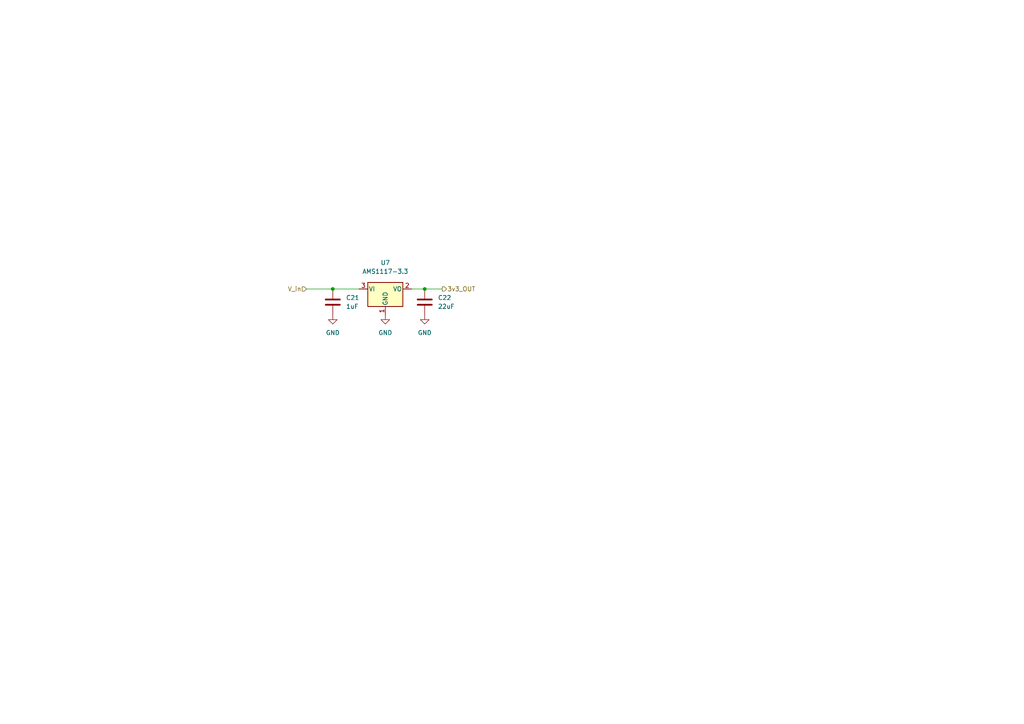
<source format=kicad_sch>
(kicad_sch (version 20211123) (generator eeschema)
  (paper "A4")
  (lib_symbols
    (symbol "Device:C" (pin_numbers hide) (pin_names (offset 0.254))
      (property "Reference" "C" (at 0.635 2.54 0))
      (property "Value" "C" (at 0.635 -2.54 0))
      (symbol "C_0_1"
        (polyline (pts (xy -2.032 -0.762) (xy 2.032 -0.762)) (stroke (width 0.508)))
        (polyline (pts (xy -2.032 0.762) (xy 2.032 0.762)) (stroke (width 0.508)))
      )
      (symbol "C_1_1"
        (pin passive line (at 0 3.81 270) (length 2.794) (name "~") (number "1"))
        (pin passive line (at 0 -3.81 90) (length 2.794) (name "~") (number "2"))
      )
    )
    (symbol "Regulator_Linear:AMS1117-3.3" (pin_names (offset 0.254))
      (property "Reference" "U" (at -3.81 3.175 0))
      (property "Value" "AMS1117-3.3" (at 0 3.175 0))
      (symbol "AMS1117-3.3_0_1"
        (rectangle (start -5.08 -5.08) (end 5.08 1.905) (stroke (width 0.254)) (fill (type background)))
      )
      (symbol "AMS1117-3.3_1_1"
        (pin power_in line (at 0 -7.62 90) (length 2.54) (name "GND") (number "1"))
        (pin power_out line (at 7.62 0 180) (length 2.54) (name "VO") (number "2"))
        (pin power_in line (at -7.62 0 0) (length 2.54) (name "VI") (number "3"))
      )
    )
    (symbol "power:GND" (power) (pin_names (offset 0))
      (property "Value" "GND" (at 0 -3.81 0))
      (symbol "GND_0_1"
        (polyline (pts (xy 0 0) (xy 0 -1.27) (xy 1.27 -1.27) (xy 0 -2.54) (xy -1.27 -1.27) (xy 0 -1.27)))
      )
      (symbol "GND_1_1"
        (pin power_in line (at 0 0 270) (length 0) hide (name "GND") (number "1"))
      )
    )
  )
  (junction (at 96.52 83.82))
  (junction (at 123.19 83.82))
  (wire (pts (xy 123.19 83.82) (xy 119.38 83.82)))
  (wire (pts (xy 88.9 83.82) (xy 96.52 83.82)))
  (wire (pts (xy 96.52 83.82) (xy 104.14 83.82)))
  (wire (pts (xy 128.27 83.82) (xy 123.19 83.82)))
  (hierarchical_label "V_in" (shape input) (at 88.9 83.82 180))
  (hierarchical_label "3v3_OUT" (shape output) (at 128.27 83.82 0))
  (symbol (lib_id "power:GND") (at 96.52 91.44 0) (unit 1)
    (property "Reference" "#PWR063" (effects hide))
    (property "Value" "GND" (at 96.52 96.52 0))
  )
  (symbol (lib_id "Device:C") (at 123.19 87.63 0) (unit 1)
    (property "Reference" "C22" (at 127 86.3599 0) (effects (justify left)))
    (property "Value" "22uF" (at 127 88.8999 0) (effects (justify left)))
    (property "Footprint" "Capacitor_SMD:C_0603_1608Metric_Pad1.08x0.95mm_HandSolder" (effects hide))
  )
  (symbol (lib_id "power:GND") (at 111.76 91.44 0) (unit 1)
    (property "Reference" "#PWR064" (effects hide))
    (property "Value" "GND" (at 111.76 96.52 0))
  )
  (symbol (lib_id "power:GND") (at 123.19 91.44 0) (unit 1)
    (property "Reference" "#PWR065" (effects hide))
    (property "Value" "GND" (at 123.19 96.52 0))
  )
  (symbol (lib_id "Device:C") (at 96.52 87.63 0) (unit 1)
    (property "Reference" "C21" (at 100.33 86.3599 0) (effects (justify left)))
    (property "Value" "1uF" (at 100.33 88.8999 0) (effects (justify left)))
    (property "Footprint" "Capacitor_SMD:C_0603_1608Metric_Pad1.08x0.95mm_HandSolder" (effects hide))
  )
  (symbol (lib_id "Regulator_Linear:AMS1117-3.3") (at 111.76 83.82 0) (unit 1)
    (property "Reference" "U7" (at 111.76 76.2 0))
    (property "Value" "AMS1117-3.3" (at 111.76 78.74 0))
    (property "Footprint" "Package_TO_SOT_SMD:SOT-223-3_TabPin2" (effects hide))
    (property "Datasheet" "http://www.advanced-monolithic.com/pdf/ds1117.pdf" (effects hide))
  )
)
</source>
